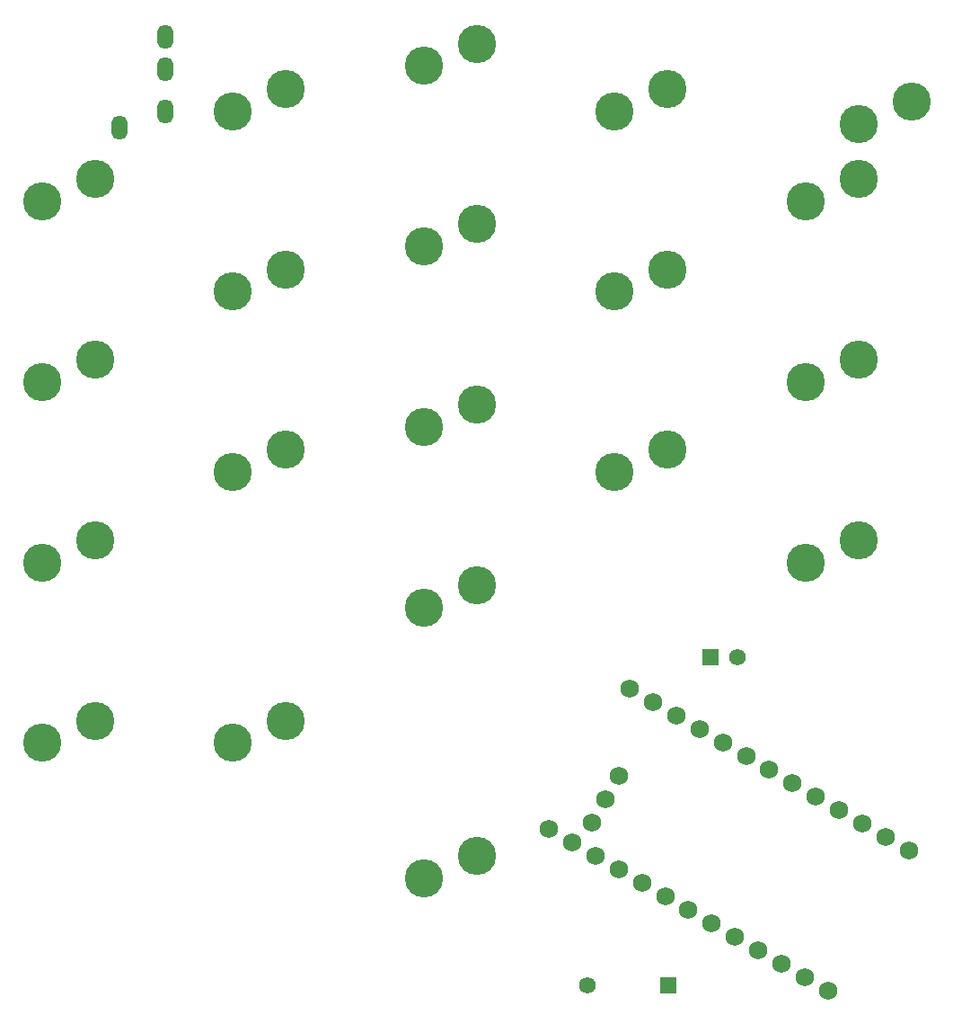
<source format=gbr>
%TF.GenerationSoftware,KiCad,Pcbnew,7.0.9-7.0.9~ubuntu22.04.1*%
%TF.CreationDate,2025-04-09T21:57:24+03:00*%
%TF.ProjectId,Keeb,4b656562-2e6b-4696-9361-645f70636258,rev?*%
%TF.SameCoordinates,Original*%
%TF.FileFunction,Copper,L2,Bot*%
%TF.FilePolarity,Positive*%
%FSLAX46Y46*%
G04 Gerber Fmt 4.6, Leading zero omitted, Abs format (unit mm)*
G04 Created by KiCad (PCBNEW 7.0.9-7.0.9~ubuntu22.04.1) date 2025-04-09 21:57:24*
%MOMM*%
%LPD*%
G01*
G04 APERTURE LIST*
%TA.AperFunction,ComponentPad*%
%ADD10C,1.752600*%
%TD*%
%TA.AperFunction,ComponentPad*%
%ADD11O,1.500000X2.300000*%
%TD*%
%TA.AperFunction,ComponentPad*%
%ADD12R,1.580000X1.580000*%
%TD*%
%TA.AperFunction,ComponentPad*%
%ADD13C,1.580000*%
%TD*%
%TA.AperFunction,ComponentPad*%
%ADD14R,1.575000X1.575000*%
%TD*%
%TA.AperFunction,ComponentPad*%
%ADD15C,1.575000*%
%TD*%
%TA.AperFunction,ComponentPad*%
%ADD16C,3.600000*%
%TD*%
G04 APERTURE END LIST*
D10*
%TO.P,U3,1,TX0/P0.06*%
%TO.N,1*%
X181178375Y-125547058D03*
%TO.P,U3,2,RX1/P0.08*%
%TO.N,2*%
X178978670Y-124277058D03*
%TO.P,U3,3,GND*%
%TO.N,GND*%
X176778966Y-123007058D03*
%TO.P,U3,4,GND*%
X174579261Y-121737058D03*
%TO.P,U3,5,P0.17*%
%TO.N,3*%
X172379557Y-120467058D03*
%TO.P,U3,6,P0.20*%
%TO.N,4*%
X170179852Y-119197058D03*
%TO.P,U3,7,P0.22*%
%TO.N,5*%
X167980148Y-117927058D03*
%TO.P,U3,8,P0.24*%
%TO.N,6*%
X165780443Y-116657058D03*
%TO.P,U3,9,P1.00*%
%TO.N,7*%
X163580739Y-115387058D03*
%TO.P,U3,10,P0.11*%
%TO.N,8*%
X161381034Y-114117058D03*
%TO.P,U3,11,P1.04*%
%TO.N,9*%
X159181330Y-112847058D03*
%TO.P,U3,12,P1.06*%
%TO.N,10*%
X156981625Y-111577058D03*
%TO.P,U3,13,NFC1/P0.09*%
%TO.N,14*%
X164601625Y-98378830D03*
%TO.P,U3,14,NFC2/P0.10*%
%TO.N,15*%
X166801330Y-99648830D03*
%TO.P,U3,15,P1.11*%
%TO.N,16*%
X169001034Y-100918830D03*
%TO.P,U3,16,P1.13*%
%TO.N,17*%
X171200739Y-102188830D03*
%TO.P,U3,17,P1.15*%
%TO.N,18*%
X173400443Y-103458830D03*
%TO.P,U3,18,AIN0/P0.02*%
%TO.N,19*%
X175600148Y-104728830D03*
%TO.P,U3,19,AIN5/P0.29*%
%TO.N,20*%
X177799852Y-105998830D03*
%TO.P,U3,20,AIN7/P0.31*%
%TO.N,21*%
X179999557Y-107268830D03*
%TO.P,U3,21,VCC*%
%TO.N,3v3*%
X182199261Y-108538830D03*
%TO.P,U3,22,RST*%
%TO.N,RST*%
X184398966Y-109808830D03*
%TO.P,U3,23,GND*%
%TO.N,GND*%
X186598670Y-111078830D03*
%TO.P,U3,24,BATIN/P0.04*%
%TO.N,3v3*%
X188798375Y-112348830D03*
%TO.P,U3,25,B+*%
%TO.N,unconnected-(U3-B+-Pad25)*%
X190998079Y-113618830D03*
%TO.P,U3,26,B-*%
%TO.N,B-*%
X183378079Y-126817058D03*
%TO.P,U3,31,P1.01*%
%TO.N,11*%
X161111241Y-111028353D03*
%TO.P,U3,32,P1.02*%
%TO.N,12*%
X162381241Y-108828649D03*
%TO.P,U3,33,P1.07*%
%TO.N,13*%
X163651241Y-106628944D03*
%TD*%
D11*
%TO.P,J1,1,A*%
%TO.N,3v3*%
X116525000Y-45542944D03*
%TO.P,J1,2,B*%
%TO.N,GND*%
X120825000Y-37042944D03*
%TO.P,J1,3,C*%
%TO.N,18*%
X120825000Y-40042944D03*
%TO.P,J1,4,D*%
%TO.N,unconnected-(J1-D-Pad4)*%
X120825000Y-44042944D03*
%TD*%
D12*
%TO.P,S1,1A*%
%TO.N,B-*%
X168235000Y-126337944D03*
D13*
%TO.P,S1,1B*%
%TO.N,Net-(J2-Pad2)*%
X160615000Y-126337944D03*
%TD*%
D14*
%TO.P,J2,1,1*%
%TO.N,3v3*%
X172275000Y-95417944D03*
D15*
%TO.P,J2,2,2*%
%TO.N,Net-(J2-Pad2)*%
X174775000Y-95417944D03*
%TD*%
D16*
%TO.P,SW3,1*%
%TO.N,GND*%
X186225000Y-50417944D03*
%TO.P,SW3,2*%
%TO.N,19*%
X181225000Y-52517944D03*
%TD*%
%TO.P,SW4,1*%
%TO.N,GND*%
X186225000Y-67417944D03*
%TO.P,SW4,2*%
%TO.N,20*%
X181225000Y-69517944D03*
%TD*%
%TO.P,SW5,1*%
%TO.N,GND*%
X186225000Y-84417944D03*
%TO.P,SW5,2*%
%TO.N,5*%
X181225000Y-86517944D03*
%TD*%
%TO.P,SW6,1*%
%TO.N,GND*%
X168225000Y-41917944D03*
%TO.P,SW6,2*%
%TO.N,15*%
X163225000Y-44017944D03*
%TD*%
%TO.P,SW7,1*%
%TO.N,GND*%
X168225000Y-58917944D03*
%TO.P,SW7,2*%
%TO.N,16*%
X163225000Y-61017944D03*
%TD*%
%TO.P,SW8,1*%
%TO.N,GND*%
X168225000Y-75917944D03*
%TO.P,SW8,2*%
%TO.N,17*%
X163225000Y-78017944D03*
%TD*%
%TO.P,SW9,1*%
%TO.N,14*%
X150225000Y-37667944D03*
%TO.P,SW9,2*%
%TO.N,GND*%
X145225000Y-39767944D03*
%TD*%
%TO.P,SW10,1*%
%TO.N,6*%
X150225000Y-54667944D03*
%TO.P,SW10,2*%
%TO.N,GND*%
X145225000Y-56767944D03*
%TD*%
%TO.P,SW11,1*%
%TO.N,13*%
X150225000Y-71667944D03*
%TO.P,SW11,2*%
%TO.N,GND*%
X145225000Y-73767944D03*
%TD*%
%TO.P,SW13,1*%
%TO.N,10*%
X132225000Y-41917944D03*
%TO.P,SW13,2*%
%TO.N,GND*%
X127225000Y-44017944D03*
%TD*%
%TO.P,SW14,1*%
%TO.N,12*%
X132225000Y-58917944D03*
%TO.P,SW14,2*%
%TO.N,GND*%
X127225000Y-61017944D03*
%TD*%
%TO.P,SW15,1*%
%TO.N,GND*%
X132225000Y-75917944D03*
%TO.P,SW15,2*%
%TO.N,7*%
X127225000Y-78017944D03*
%TD*%
%TO.P,SW16,1*%
%TO.N,1*%
X132225000Y-101417944D03*
%TO.P,SW16,2*%
%TO.N,GND*%
X127225000Y-103517944D03*
%TD*%
%TO.P,SW17,1*%
%TO.N,9*%
X114225000Y-50417944D03*
%TO.P,SW17,2*%
%TO.N,GND*%
X109225000Y-52517944D03*
%TD*%
%TO.P,SW18,1*%
%TO.N,8*%
X114225000Y-67417944D03*
%TO.P,SW18,2*%
%TO.N,GND*%
X109225000Y-69517944D03*
%TD*%
%TO.P,SW19,1*%
%TO.N,4*%
X114225000Y-84417944D03*
%TO.P,SW19,2*%
%TO.N,GND*%
X109225000Y-86517944D03*
%TD*%
%TO.P,SW20,1*%
%TO.N,3*%
X114225000Y-101417944D03*
%TO.P,SW20,2*%
%TO.N,GND*%
X109225000Y-103517944D03*
%TD*%
%TO.P,SW1,1*%
%TO.N,2*%
X150225000Y-114167944D03*
%TO.P,SW1,2*%
%TO.N,GND*%
X145225000Y-116267944D03*
%TD*%
%TO.P,SW12,1*%
%TO.N,GND*%
X186225000Y-45217944D03*
%TO.P,SW12,2*%
%TO.N,21*%
X191225000Y-43117944D03*
%TD*%
%TO.P,SW2,1*%
%TO.N,11*%
X150225000Y-88667944D03*
%TO.P,SW2,2*%
%TO.N,GND*%
X145225000Y-90767944D03*
%TD*%
M02*

</source>
